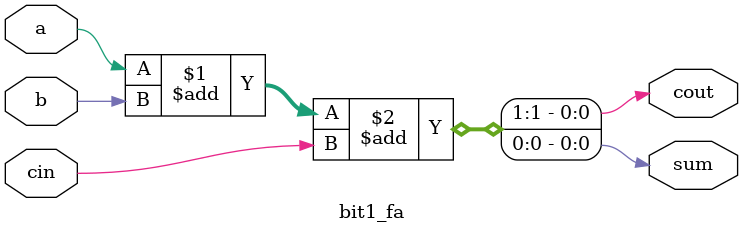
<source format=v>
`timescale 1ns / 1ps


module bit1_fa(a,b,cin,cout,sum);
input a,b,cin;
output cout,sum;

assign {cout,sum} = a+b+cin;
endmodule

</source>
